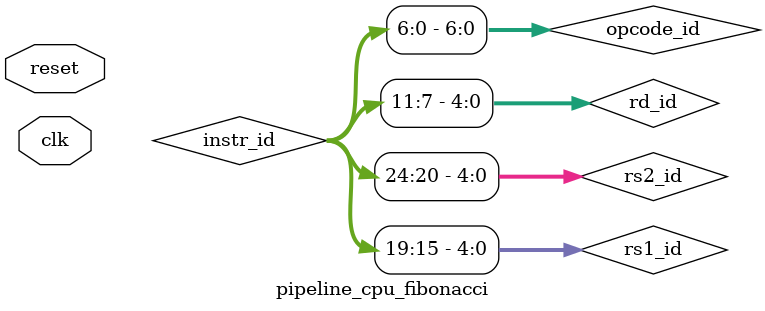
<source format=v>
module pipeline_cpu_fibonacci(
    input wire clk,
    input wire reset
);

    // IF阶段信号
    wire [31:0] pc_if, pc_plus4_if, pc_next_if;
    wire [31:0] instr_if;
    wire pc_write;
    
    // ID阶段信号  
    wire [31:0] pc_id, instr_id;
    wire [31:0] read_data1_id, read_data2_id, imm_id;
    wire [4:0] rs1_id, rs2_id, rd_id;
    wire [6:0] opcode_id, funct7_id;
    wire [2:0] funct3_id, imm_type_id;
    wire branch_id, mem_read_id, mem_to_reg_id, mem_write_id, alu_src_id, reg_write_id;
    wire [3:0] alu_op_id;
    wire [1:0] mem_size_id;
    wire mem_unsigned_id;
    wire jump_id, jalr_id;
    
    // EX阶段信号
    wire [31:0] pc_ex, read_data1_ex, read_data2_ex, imm_ex;
    wire [4:0] rs1_ex, rs2_ex, rd_ex;
    wire [2:0] funct3_ex;
    wire [3:0] alu_op_ex;
    wire branch_ex, mem_read_ex, mem_to_reg_ex, mem_write_ex, alu_src_ex, reg_write_ex;
    wire jump_ex, jalr_ex;
    wire [1:0] mem_size_ex;
    wire mem_unsigned_ex;
    wire [31:0] alu_input_a, alu_input_b, alu_result_ex, mem_data_ex;
    wire zero_ex, branch_taken;
    wire [31:0] pc_branch_ex, pc_jump_ex, pc_jalr_ex;
    
    // WB阶段信号
    wire [31:0] alu_result_wb, mem_data_wb, write_data_wb;
    wire [4:0] rd_wb;
    wire reg_write_wb, mem_to_reg_wb;
    
    // 冒险检测和数据前递
    wire stall, flush;
    wire [1:0] forward_a, forward_b, forward_id_a, forward_id_b;
    wire if_id_write_en;
    
    assign if_id_write_en = ~stall;

    // ========== IF阶段 ==========
    assign pc_plus4_if = pc_if + 4;
    
    // 跳转目标计算
    assign pc_jump_ex = pc_ex + imm_ex;  // JAL
    assign pc_jalr_ex = (alu_result_ex & ~32'b1); // JALR: (rs1+imm) & ~1
    
    // PC选择逻辑
    assign pc_next_if = jump_ex ? pc_jump_ex :
                       jalr_ex ? pc_jalr_ex :
                       branch_taken ? pc_branch_ex : 
                       pc_plus4_if;
    
    // 分支条件判断逻辑
    reg branch_condition;
    always @(*) begin
        case (funct3_ex)
            3'b000: branch_condition = alu_result_ex[0];  // BEQ: ALU输出1时跳转
            3'b001: branch_condition = alu_result_ex[0];  // BNE: ALU输出1时跳转
            3'b100: branch_condition = alu_result_ex[0];  // BLT: 小于时跳转
            3'b101: branch_condition = alu_result_ex[0];  // BGE: 大于等于时跳转
            3'b110: branch_condition = alu_result_ex[0];  // BLTU: 无符号小于时跳转
            3'b111: branch_condition = alu_result_ex[0];  // BGEU: 无符号大于等于时跳转
            default: branch_condition = 1'b0;
        endcase
    end
    assign branch_taken = branch_ex && branch_condition;

    pc pc_module(
        .clk(clk),
        .rst(reset),
        .pc_write(pc_write),
        .next_pc(pc_next_if),
        .pc(pc_if)
    );

    // 使用斐波那契指令存储器
    fibonacci_imem imem_module(
        .addr(pc_if),
        .inst(instr_if)
    );

    // ========== IF/ID流水线寄存器 ==========
    if_id_reg if_id_register(
        .clk(clk),
        .reset(reset),
        .stall(stall),
        .flush(flush || branch_taken),
        .pc_if(pc_if),
        .instr_if(instr_if),
        .pc_id(pc_id),
        .instr_id(instr_id)
    );

    // ========== ID阶段 ==========
    // 指令字段解析
    assign opcode_id = instr_id[6:0];
    assign funct3_id = instr_id[14:12];
    assign funct7_id = instr_id[31:25];
    assign rs1_id = instr_id[19:15];
    assign rs2_id = instr_id[24:20];
    assign rd_id = instr_id[11:7];

    control control_module(
        .opcode(opcode_id),
        .funct3(funct3_id),
        .funct7(funct7_id),
        .branch(branch_id),
        .mem_read(mem_read_id),
        .mem_to_reg(mem_to_reg_id),
        .alu_op(alu_op_id),
        .mem_write(mem_write_id),
        .alu_src(alu_src_id),
        .reg_write(reg_write_id),
        .imm_type(imm_type_id),
        .jump(jump_id),
        .jalr(jalr_id),
        .mem_size(mem_size_id),
        .mem_unsigned(mem_unsigned_id)
    );

    decoder decoder_module(
        .inst(instr_id),
        .imm_type(imm_type_id),
        .rs1(rs1_id),
        .rs2(rs2_id),
        .rd(rd_id),
        .imm(imm_id)
    );

    // 数据前递到ID阶段
    wire [31:0] read_data1_forwarded, read_data2_forwarded;
    assign read_data1_forwarded = (forward_id_a == 2'b01) ? alu_result_ex : 
                                  (forward_id_a == 2'b10) ? write_data_wb : read_data1_id;
    assign read_data2_forwarded = (forward_id_b == 2'b01) ? alu_result_ex : 
                                  (forward_id_b == 2'b10) ? write_data_wb : read_data2_id;

    regfile regfile_module(
        .clk(clk),
        .rst(reset),
        .rs1(rs1_id),
        .rs2(rs2_id),
        .rd(rd_wb),
        .we(reg_write_wb),
        .wdata(write_data_wb),
        .rdata1(read_data1_id),
        .rdata2(read_data2_id)
    );

    // ========== ID/EX流水线寄存器 ==========
    id_ex_reg id_ex_register(
        .clk(clk),
        .reset(reset),
        .flush(flush),
        .pc_id(pc_id),
        .read_data1_id(read_data1_forwarded),
        .read_data2_id(read_data2_forwarded),
        .imm_id(imm_id),
        .rs1_id(rs1_id),
        .rs2_id(rs2_id),
        .rd_id(rd_id),
        .funct3_id(funct3_id),
        .alu_op_id(alu_op_id),
        .branch_id(branch_id),
        .mem_read_id(mem_read_id),
        .mem_to_reg_id(mem_to_reg_id),
        .mem_write_id(mem_write_id),
        .alu_src_id(alu_src_id),
        .reg_write_id(reg_write_id),
        .jump_id(jump_id),
        .jalr_id(jalr_id),
        .mem_size_id(mem_size_id),
        .mem_unsigned_id(mem_unsigned_id),
        .pc_ex(pc_ex),
        .read_data1_ex(read_data1_ex),
        .read_data2_ex(read_data2_ex),
        .imm_ex(imm_ex),
        .rs1_ex(rs1_ex),
        .rs2_ex(rs2_ex),
        .rd_ex(rd_ex),
        .funct3_ex(funct3_ex),
        .alu_op_ex(alu_op_ex),
        .branch_ex(branch_ex),
        .mem_read_ex(mem_read_ex),
        .mem_to_reg_ex(mem_to_reg_ex),
        .mem_write_ex(mem_write_ex),
        .alu_src_ex(alu_src_ex),
        .reg_write_ex(reg_write_ex),
        .jump_ex(jump_ex),
        .jalr_ex(jalr_ex),
        .mem_size_ex(mem_size_ex),
        .mem_unsigned_ex(mem_unsigned_ex)
    );

    // ========== EX阶段 ==========
    assign pc_branch_ex = pc_ex + imm_ex;
    
    // 数据前递选择
    assign alu_input_a = (forward_a == 2'b01) ? write_data_wb : 
                         (forward_a == 2'b10) ? alu_result_ex : read_data1_ex;
    assign alu_input_b = alu_src_ex ? imm_ex : 
                         ((forward_b == 2'b01) ? write_data_wb : 
                          (forward_b == 2'b10) ? alu_result_ex : read_data2_ex);

    alu alu_module(
        .op(alu_op_ex),
        .a(alu_input_a),
        .b(alu_input_b),
        .result(alu_result_ex),
        .zero(zero_ex)
    );

    dmem dmem_module(
        .clk(clk),
        .addr(alu_result_ex),
        .wdata((forward_b == 2'b01) ? alu_result_wb : 
               (forward_b == 2'b10) ? write_data_wb : read_data2_ex),
        .rdata(mem_data_ex),
        .mem_read(mem_read_ex),
        .mem_write(mem_write_ex),
        .mem_size(mem_size_ex),
        .mem_unsigned(mem_unsigned_ex)
    );

    // ========== EX/WB流水线寄存器 ==========
    ex_wb_reg ex_wb_register(
        .clk(clk),
        .reset(reset),
        .alu_result_ex(alu_result_ex),
        .mem_data_ex(mem_data_ex),
        .rd_ex(rd_ex),
        .reg_write_ex(reg_write_ex),
        .mem_to_reg_ex(mem_to_reg_ex),
        .alu_result_wb(alu_result_wb),
        .mem_data_wb(mem_data_wb),
        .rd_wb(rd_wb),
        .reg_write_wb(reg_write_wb),
        .mem_to_reg_wb(mem_to_reg_wb)
    );

    // ========== WB阶段 ==========
    assign write_data_wb = mem_to_reg_wb ? mem_data_wb : alu_result_wb;

    // ========== 冒险检测和数据前递 ==========
    hazard_unit hazard_unit_module(
        .rs1_id(rs1_id),
        .rs2_id(rs2_id),
        .rd_ex(rd_ex),
        .mem_read_ex(mem_read_ex),
        .pc_write(pc_write),
        .if_id_write(if_id_write_en),
        .stall(stall),
        .flush(flush)
    );

    forwarding_unit forwarding_unit_module(
        .rs1_ex(rs1_ex),
        .rs2_ex(rs2_ex),
        .rs1_id(rs1_id),  
        .rs2_id(rs2_id),
        .rd_wb(rd_wb),
        .rd_ex(rd_ex),
        .reg_write_wb(reg_write_wb),
        .reg_write_ex(reg_write_ex),
        .forward_a(forward_a),
        .forward_b(forward_b),
        .forward_id_a(forward_id_a),
        .forward_id_b(forward_id_b)
    );

endmodule

</source>
